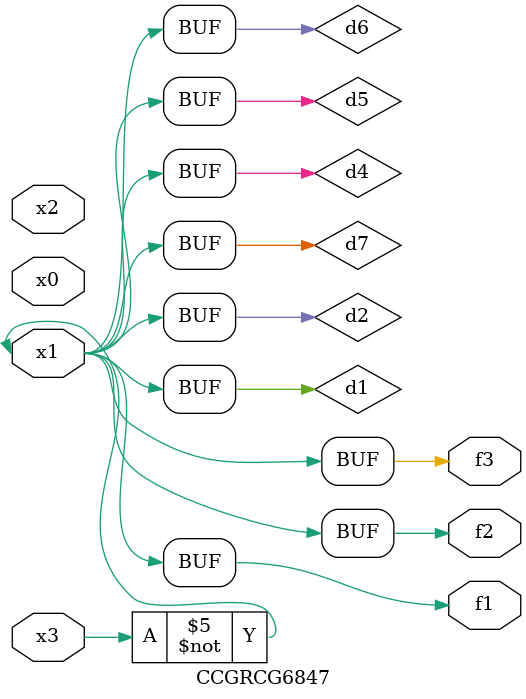
<source format=v>
module CCGRCG6847(
	input x0, x1, x2, x3,
	output f1, f2, f3
);

	wire d1, d2, d3, d4, d5, d6, d7;

	not (d1, x3);
	buf (d2, x1);
	xnor (d3, d1, d2);
	nor (d4, d1);
	buf (d5, d1, d2);
	buf (d6, d4, d5);
	nand (d7, d4);
	assign f1 = d6;
	assign f2 = d7;
	assign f3 = d6;
endmodule

</source>
